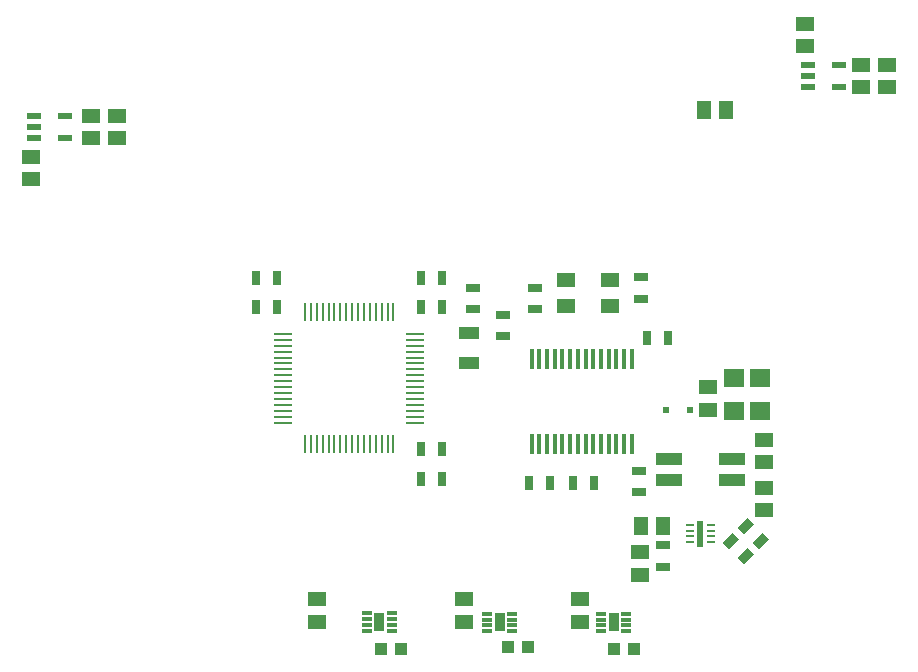
<source format=gtp>
G75*
%MOIN*%
%OFA0B0*%
%FSLAX25Y25*%
%IPPOS*%
%LPD*%
%AMOC8*
5,1,8,0,0,1.08239X$1,22.5*
%
%ADD10R,0.03937X0.04331*%
%ADD11R,0.03268X0.01181*%
%ADD12R,0.03543X0.06299*%
%ADD13R,0.05906X0.05118*%
%ADD14R,0.00984X0.06102*%
%ADD15R,0.06102X0.00984*%
%ADD16R,0.01575X0.06890*%
%ADD17R,0.07087X0.03937*%
%ADD18R,0.03150X0.04724*%
%ADD19R,0.04724X0.03150*%
%ADD20R,0.06299X0.04921*%
%ADD21R,0.03937X0.00984*%
%ADD22R,0.00984X0.03937*%
%ADD23R,0.05118X0.05906*%
%ADD24R,0.04724X0.02362*%
%ADD25R,0.02402X0.08661*%
%ADD26R,0.02756X0.00984*%
%ADD27R,0.01969X0.01969*%
%ADD28R,0.08661X0.03937*%
%ADD29R,0.07087X0.06299*%
D10*
X0194061Y0132271D03*
X0200754Y0132271D03*
X0236332Y0133042D03*
X0243025Y0133042D03*
X0271679Y0132488D03*
X0278372Y0132488D03*
D11*
X0275913Y0138330D03*
X0275913Y0140299D03*
X0275913Y0142267D03*
X0275913Y0144236D03*
X0267527Y0144236D03*
X0267527Y0142267D03*
X0267527Y0140299D03*
X0267527Y0138330D03*
X0237913Y0138330D03*
X0237913Y0140299D03*
X0237913Y0142267D03*
X0237913Y0144236D03*
X0229527Y0144236D03*
X0229527Y0142267D03*
X0229527Y0140299D03*
X0229527Y0138330D03*
X0197813Y0138430D03*
X0197813Y0140399D03*
X0197813Y0142367D03*
X0197813Y0144336D03*
X0189427Y0144336D03*
X0189427Y0142367D03*
X0189427Y0140399D03*
X0189427Y0138430D03*
D12*
X0193620Y0141383D03*
X0233720Y0141283D03*
X0271720Y0141283D03*
D13*
X0172633Y0141464D03*
X0172633Y0148944D03*
X0221941Y0148944D03*
X0221941Y0141464D03*
X0260311Y0141464D03*
X0260311Y0148944D03*
X0280620Y0157193D03*
X0280620Y0164673D03*
X0321870Y0178693D03*
X0321870Y0186173D03*
X0321870Y0194693D03*
X0321870Y0202173D03*
X0303120Y0212193D03*
X0303120Y0219673D03*
X0354120Y0319693D03*
X0354120Y0327173D03*
X0362870Y0327173D03*
X0362870Y0319693D03*
X0335370Y0333443D03*
X0335370Y0340923D03*
X0106120Y0310173D03*
X0106120Y0302693D03*
X0097370Y0302693D03*
X0097370Y0310173D03*
X0077370Y0296423D03*
X0077370Y0288943D03*
D14*
X0168756Y0244730D03*
X0170725Y0244730D03*
X0172693Y0244730D03*
X0174662Y0244730D03*
X0176630Y0244730D03*
X0178599Y0244730D03*
X0180567Y0244730D03*
X0182536Y0244730D03*
X0184504Y0244730D03*
X0186473Y0244730D03*
X0188441Y0244730D03*
X0190410Y0244730D03*
X0192378Y0244730D03*
X0194347Y0244730D03*
X0196315Y0244730D03*
X0198284Y0244730D03*
X0198284Y0200636D03*
X0196315Y0200636D03*
X0194347Y0200636D03*
X0192378Y0200636D03*
X0190410Y0200636D03*
X0188441Y0200636D03*
X0186473Y0200636D03*
X0184504Y0200636D03*
X0182536Y0200636D03*
X0180567Y0200636D03*
X0178599Y0200636D03*
X0176630Y0200636D03*
X0174662Y0200636D03*
X0172693Y0200636D03*
X0170725Y0200636D03*
X0168756Y0200636D03*
D15*
X0161473Y0207919D03*
X0161473Y0209888D03*
X0161473Y0211856D03*
X0161473Y0213825D03*
X0161473Y0215793D03*
X0161473Y0217762D03*
X0161473Y0219730D03*
X0161473Y0221699D03*
X0161473Y0223667D03*
X0161473Y0225636D03*
X0161473Y0227604D03*
X0161473Y0229573D03*
X0161473Y0231541D03*
X0161473Y0233510D03*
X0161473Y0235478D03*
X0161473Y0237447D03*
X0205567Y0237447D03*
X0205567Y0235478D03*
X0205567Y0233510D03*
X0205567Y0231541D03*
X0205567Y0229573D03*
X0205567Y0227604D03*
X0205567Y0225636D03*
X0205567Y0223667D03*
X0205567Y0221699D03*
X0205567Y0219730D03*
X0205567Y0217762D03*
X0205567Y0215793D03*
X0205567Y0213825D03*
X0205567Y0211856D03*
X0205567Y0209888D03*
X0205567Y0207919D03*
D16*
X0244386Y0200636D03*
X0246945Y0200636D03*
X0249504Y0200636D03*
X0252063Y0200636D03*
X0254622Y0200636D03*
X0257181Y0200636D03*
X0259741Y0200636D03*
X0262300Y0200636D03*
X0264859Y0200636D03*
X0267418Y0200636D03*
X0269977Y0200636D03*
X0272536Y0200636D03*
X0275095Y0200636D03*
X0277654Y0200636D03*
X0277654Y0228982D03*
X0275095Y0228982D03*
X0272536Y0228982D03*
X0269977Y0228982D03*
X0267418Y0228982D03*
X0264859Y0228982D03*
X0262300Y0228982D03*
X0259741Y0228982D03*
X0257181Y0228982D03*
X0254622Y0228982D03*
X0252063Y0228982D03*
X0249504Y0228982D03*
X0246945Y0228982D03*
X0244386Y0228982D03*
D17*
X0223520Y0227762D03*
X0223520Y0237604D03*
D18*
X0214544Y0246305D03*
X0207457Y0246305D03*
X0207457Y0256148D03*
X0214544Y0256148D03*
X0159583Y0256148D03*
X0152496Y0256148D03*
X0152496Y0246305D03*
X0159583Y0246305D03*
X0207457Y0199061D03*
X0214544Y0199061D03*
X0214544Y0189219D03*
X0207457Y0189219D03*
X0243540Y0187742D03*
X0250626Y0187742D03*
X0258146Y0187742D03*
X0265233Y0187742D03*
G36*
X0311171Y0171222D02*
X0313398Y0168995D01*
X0310059Y0165656D01*
X0307832Y0167883D01*
X0311171Y0171222D01*
G37*
G36*
X0315059Y0170656D02*
X0312832Y0172883D01*
X0316171Y0176222D01*
X0318398Y0173995D01*
X0315059Y0170656D01*
G37*
G36*
X0320070Y0165645D02*
X0317843Y0167872D01*
X0321182Y0171211D01*
X0323409Y0168984D01*
X0320070Y0165645D01*
G37*
G36*
X0316182Y0166211D02*
X0318409Y0163984D01*
X0315070Y0160645D01*
X0312843Y0162872D01*
X0316182Y0166211D01*
G37*
X0289839Y0235970D03*
X0282752Y0235970D03*
D19*
X0280961Y0249238D03*
X0280961Y0256325D03*
X0245528Y0252722D03*
X0245528Y0245636D03*
X0234701Y0243864D03*
X0234701Y0236778D03*
X0224859Y0245636D03*
X0224859Y0252722D03*
X0279977Y0191856D03*
X0279977Y0184770D03*
X0288120Y0166976D03*
X0288120Y0159890D03*
D20*
X0270449Y0246817D03*
X0270449Y0255478D03*
X0255882Y0255478D03*
X0255882Y0246817D03*
D21*
X0279977Y0192565D03*
D22*
X0257831Y0187742D03*
X0282437Y0235970D03*
X0206765Y0256078D03*
X0160046Y0256278D03*
X0206687Y0189214D03*
D23*
X0280630Y0173433D03*
X0288110Y0173433D03*
X0301630Y0312183D03*
X0309110Y0312183D03*
D24*
X0336305Y0319693D03*
X0336305Y0323433D03*
X0336305Y0327173D03*
X0346935Y0327173D03*
X0346935Y0319693D03*
X0088935Y0310173D03*
X0088935Y0302693D03*
X0078305Y0302693D03*
X0078305Y0306433D03*
X0078305Y0310173D03*
D25*
X0300620Y0170933D03*
D26*
X0296978Y0169949D03*
X0296978Y0171917D03*
X0296978Y0173886D03*
X0304262Y0173886D03*
X0304262Y0171917D03*
X0304262Y0169949D03*
X0304262Y0167980D03*
X0296978Y0167980D03*
D27*
X0297254Y0212183D03*
X0288986Y0212183D03*
D28*
X0290187Y0195726D03*
X0290187Y0188640D03*
X0311053Y0188640D03*
X0311053Y0195726D03*
D29*
X0311870Y0211671D03*
X0320620Y0211671D03*
X0320620Y0222695D03*
X0311870Y0222695D03*
M02*

</source>
